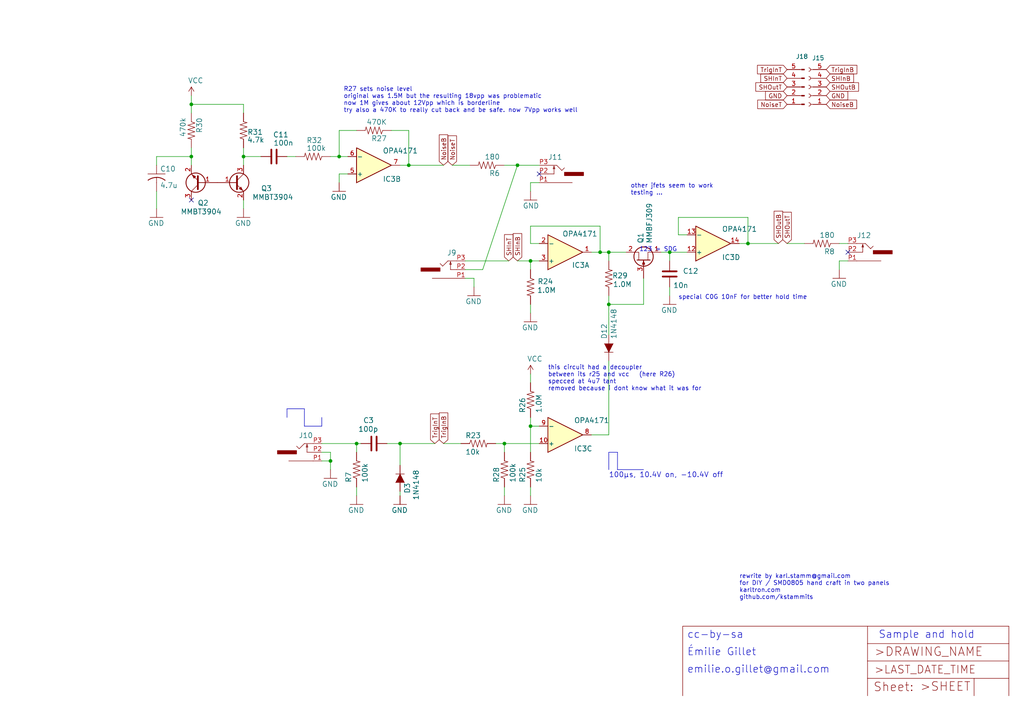
<source format=kicad_sch>
(kicad_sch (version 20230121) (generator eeschema)
  (paper "User" 299.06 210.007)
  (title_block (title "Crimps") (date "2021-11-12") (rev "1.2.1") (company "Karltron.com"))
  (lib_symbols
    (symbol "Amplifier_Operational:TL074" (pin_names (offset 0.127))
      (property "Reference" "U" (at 0 5.08 0))
      (property "Value" "TL074" (at 0 -5.08 0))
      (symbol "TL074_1_1"
        (polyline (pts (xy -5.08 5.08) (xy 5.08 0) (xy -5.08 -5.08) (xy -5.08 5.08)) (stroke (width 0.254)) (fill (type background)))
        (pin output line (at 7.62 0 180) (length 2.54) (name "~") (number "1"))
        (pin input line (at -7.62 -2.54 0) (length 2.54) (name "-") (number "2"))
        (pin input line (at -7.62 2.54 0) (length 2.54) (name "+") (number "3"))
      )
      (symbol "TL074_2_1"
        (polyline (pts (xy -5.08 5.08) (xy 5.08 0) (xy -5.08 -5.08) (xy -5.08 5.08)) (stroke (width 0.254)) (fill (type background)))
        (pin input line (at -7.62 2.54 0) (length 2.54) (name "+") (number "5"))
        (pin input line (at -7.62 -2.54 0) (length 2.54) (name "-") (number "6"))
        (pin output line (at 7.62 0 180) (length 2.54) (name "~") (number "7"))
      )
      (symbol "TL074_3_1"
        (polyline (pts (xy -5.08 5.08) (xy 5.08 0) (xy -5.08 -5.08) (xy -5.08 5.08)) (stroke (width 0.254)) (fill (type background)))
        (pin input line (at -7.62 2.54 0) (length 2.54) (name "+") (number "10"))
        (pin output line (at 7.62 0 180) (length 2.54) (name "~") (number "8"))
        (pin input line (at -7.62 -2.54 0) (length 2.54) (name "-") (number "9"))
      )
      (symbol "TL074_4_1"
        (polyline (pts (xy -5.08 5.08) (xy 5.08 0) (xy -5.08 -5.08) (xy -5.08 5.08)) (stroke (width 0.254)) (fill (type background)))
        (pin input line (at -7.62 2.54 0) (length 2.54) (name "+") (number "12"))
        (pin input line (at -7.62 -2.54 0) (length 2.54) (name "-") (number "13"))
        (pin output line (at 7.62 0 180) (length 2.54) (name "~") (number "14"))
      )
      (symbol "TL074_5_1"
        (pin power_in line (at -2.54 -7.62 90) (length 3.81) (name "V-") (number "11"))
        (pin power_in line (at -2.54 7.62 270) (length 3.81) (name "V+") (number "4"))
      )
    )
    (symbol "k2-eagle-import:A4L-LOC" (pin_names (offset 1.016))
      (symbol "A4L-LOC_1_0"
        (polyline (pts (xy 161.29 3.81) (xy 161.29 24.13)))
        (polyline (pts (xy 161.29 24.13) (xy 215.265 24.13)))
        (polyline (pts (xy 215.265 8.89) (xy 215.265 3.81)))
        (polyline (pts (xy 215.265 8.89) (xy 215.265 13.97)))
        (polyline (pts (xy 215.265 13.97) (xy 215.265 19.05)))
        (polyline (pts (xy 215.265 13.97) (xy 256.54 13.97)))
        (polyline (pts (xy 215.265 19.05) (xy 215.265 24.13)))
        (polyline (pts (xy 215.265 19.05) (xy 256.54 19.05)))
        (polyline (pts (xy 215.265 24.13) (xy 256.54 24.13)))
        (polyline (pts (xy 246.38 3.81) (xy 246.38 8.89)))
        (polyline (pts (xy 246.38 8.89) (xy 215.265 8.89)))
        (polyline (pts (xy 246.38 8.89) (xy 256.54 8.89)))
        (polyline (pts (xy 256.54 3.81) (xy 256.54 8.89)))
        (polyline (pts (xy 256.54 8.89) (xy 256.54 13.97)))
        (polyline (pts (xy 256.54 13.97) (xy 256.54 19.05)))
        (polyline (pts (xy 256.54 19.05) (xy 256.54 24.13)))
        (text ">DRAWING_NAME" (at 217.17 15.24 0) (effects (font (size 2.54 2.54)) (justify left bottom)))
        (text ">LAST_DATE_TIME" (at 217.17 10.16 0) (effects (font (size 2.286 2.286)) (justify left bottom)))
        (text ">SHEET" (at 230.505 5.08 0) (effects (font (size 2.54 2.54)) (justify left bottom)))
        (text "Sheet:" (at 216.916 4.953 0) (effects (font (size 2.54 2.54)) (justify left bottom)))
      )
    )
    (symbol "k2-eagle-import:C-USC0603" (pin_names (offset 1.016))
      (property "Reference" "C" (at 1.016 0.635 0))
      (property "Value" "C-USC0603" (at 1.016 -4.191 0))
      (symbol "C-USC0603_1_0"
        (arc (start 0 -1.016) (mid -1.2939 -1.2289) (end -2.4638 -1.8288) (stroke (width 0.254)))
        (polyline (pts (xy -2.54 0) (xy 2.54 0)))
        (polyline (pts (xy 0 -1.016) (xy 0 -2.54)))
        (arc (start 2.4892 -1.8542) (mid 1.3167 -1.2157) (end 0 -0.9906) (stroke (width 0.254)))
        (pin passive line (at 0 2.54 270) (length 2.54) (name "1") (number "1"))
        (pin passive line (at 0 -5.08 90) (length 2.54) (name "2") (number "2"))
      )
    )
    (symbol "k2-eagle-import:GND" (power) (pin_names (offset 1.016))
      (property "Value" "GND" (at -2.54 -2.54 0))
      (symbol "GND_1_0"
        (polyline (pts (xy -1.905 0) (xy 1.905 0)))
        (pin power_in line (at 0 2.54 270) (length 2.54) (name "GND") (number "1"))
      )
    )
    (symbol "k2-eagle-import:PJ301_THONKICONN6" (pin_names (offset 1.016))
      (property "Reference" "J" (at -2.54 4.064 0))
      (symbol "PJ301_THONKICONN6_1_0"
        (polyline (pts (xy -2.54 -2.54) (xy 4.572 -2.54)))
        (polyline (pts (xy -2.54 0) (xy -0.762 0)))
        (polyline (pts (xy -2.54 2.54) (xy 0 2.54)))
        (polyline (pts (xy -1.016 1.524) (xy -0.508 1.524)))
        (polyline (pts (xy -0.762 0) (xy -0.762 2.286)))
        (polyline (pts (xy -0.762 2.286) (xy -1.016 1.524)))
        (polyline (pts (xy -0.508 1.524) (xy -0.762 2.286)))
        (polyline (pts (xy 0 2.54) (xy 1.524 1.016)))
        (polyline (pts (xy 1.524 1.016) (xy 2.286 1.778)))
        (rectangle (start 2.286 -0.508) (end 7.874 0.508) (fill (type outline)))
        (pin passive line (at -5.08 -2.54 0) (length 2.54) (name "1") (number "P1"))
        (pin passive line (at -5.08 0 0) (length 2.54) (name "2") (number "P2"))
        (pin passive line (at -5.08 2.54 0) (length 2.54) (name "3") (number "P3"))
      )
    )
    (symbol "k2-eagle-import:R-US_R0402" (pin_names (offset 1.016))
      (property "Reference" "R" (at -3.81 1.4986 0))
      (property "Value" "R-US_R0402" (at -3.81 -3.302 0))
      (symbol "R-US_R0402_1_0"
        (polyline (pts (xy -2.54 0) (xy -2.159 1.016)))
        (polyline (pts (xy -2.159 1.016) (xy -1.524 -1.016)))
        (polyline (pts (xy -1.524 -1.016) (xy -0.889 1.016)))
        (polyline (pts (xy -0.889 1.016) (xy -0.254 -1.016)))
        (polyline (pts (xy -0.254 -1.016) (xy 0.381 1.016)))
        (polyline (pts (xy 0.381 1.016) (xy 1.016 -1.016)))
        (polyline (pts (xy 1.016 -1.016) (xy 1.651 1.016)))
        (polyline (pts (xy 1.651 1.016) (xy 2.286 -1.016)))
        (polyline (pts (xy 2.286 -1.016) (xy 2.54 0)))
        (pin passive line (at -5.08 0 0) (length 2.54) (name "1") (number "1"))
        (pin passive line (at 5.08 0 180) (length 2.54) (name "2") (number "2"))
      )
    )
    (symbol "k2-eagle-import:VCC" (power) (pin_names (offset 1.016))
      (property "Value" "VCC" (at -1.016 3.556 0))
      (symbol "VCC_1_0"
        (polyline (pts (xy 0 2.54) (xy -0.762 1.27)))
        (polyline (pts (xy 0.762 1.27) (xy 0 2.54)))
        (pin power_in line (at 0 0 90) (length 2.54) (name "VCC") (number "1"))
      )
    )
    (symbol "k2-rescue:C-device" (pin_numbers hide) (pin_names (offset 0.254))
      (property "Reference" "C" (at 0.635 2.54 0))
      (property "Value" "device_C" (at 0.635 -2.54 0))
      (symbol "C-device_0_1"
        (polyline (pts (xy -2.032 -0.762) (xy 2.032 -0.762)) (stroke (width 0.508)))
        (polyline (pts (xy -2.032 0.762) (xy 2.032 0.762)) (stroke (width 0.508)))
      )
      (symbol "C-device_1_1"
        (pin passive line (at 0 3.81 270) (length 2.794) (name "~") (number "1"))
        (pin passive line (at 0 -3.81 90) (length 2.794) (name "~") (number "2"))
      )
    )
    (symbol "k2-rescue:Conn_01x05_Female-Connector" (pin_names (offset 1.016) hide)
      (property "Reference" "J" (at 0 7.62 0))
      (property "Value" "Connector_Conn_01x05_Female" (at 0 -7.62 0))
      (symbol "Conn_01x05_Female-Connector_1_1"
        (arc (start 0 -4.572) (mid -0.5058 -5.08) (end 0 -5.588) (stroke (width 0.1524)))
        (arc (start 0 -2.032) (mid -0.5058 -2.54) (end 0 -3.048) (stroke (width 0.1524)))
        (polyline (pts (xy -1.27 -5.08) (xy -0.508 -5.08)) (stroke (width 0.1524)))
        (polyline (pts (xy -1.27 -2.54) (xy -0.508 -2.54)) (stroke (width 0.1524)))
        (polyline (pts (xy -1.27 0) (xy -0.508 0)) (stroke (width 0.1524)))
        (polyline (pts (xy -1.27 2.54) (xy -0.508 2.54)) (stroke (width 0.1524)))
        (polyline (pts (xy -1.27 5.08) (xy -0.508 5.08)) (stroke (width 0.1524)))
        (arc (start 0 0.508) (mid -0.5058 0) (end 0 -0.508) (stroke (width 0.1524)))
        (arc (start 0 3.048) (mid -0.5058 2.54) (end 0 2.032) (stroke (width 0.1524)))
        (arc (start 0 5.588) (mid -0.5058 5.08) (end 0 4.572) (stroke (width 0.1524)))
        (pin passive line (at -5.08 5.08 0) (length 3.81) (name "Pin_1") (number "1"))
        (pin passive line (at -5.08 2.54 0) (length 3.81) (name "Pin_2") (number "2"))
        (pin passive line (at -5.08 0 0) (length 3.81) (name "Pin_3") (number "3"))
        (pin passive line (at -5.08 -2.54 0) (length 3.81) (name "Pin_4") (number "4"))
        (pin passive line (at -5.08 -5.08 0) (length 3.81) (name "Pin_5") (number "5"))
      )
    )
    (symbol "k2-rescue:Conn_01x05_Male-Connector" (pin_names (offset 1.016) hide)
      (property "Reference" "J" (at 0 7.62 0))
      (property "Value" "Connector_Conn_01x05_Male" (at 0 -7.62 0))
      (symbol "Conn_01x05_Male-Connector_1_1"
        (polyline (pts (xy 1.27 -5.08) (xy 0.8636 -5.08)) (stroke (width 0.1524)))
        (polyline (pts (xy 1.27 -2.54) (xy 0.8636 -2.54)) (stroke (width 0.1524)))
        (polyline (pts (xy 1.27 0) (xy 0.8636 0)) (stroke (width 0.1524)))
        (polyline (pts (xy 1.27 2.54) (xy 0.8636 2.54)) (stroke (width 0.1524)))
        (polyline (pts (xy 1.27 5.08) (xy 0.8636 5.08)) (stroke (width 0.1524)))
        (rectangle (start 0.8636 -4.953) (end 0 -5.207) (stroke (width 0.1524)) (fill (type outline)))
        (rectangle (start 0.8636 -2.413) (end 0 -2.667) (stroke (width 0.1524)) (fill (type outline)))
        (rectangle (start 0.8636 0.127) (end 0 -0.127) (stroke (width 0.1524)) (fill (type outline)))
        (rectangle (start 0.8636 2.667) (end 0 2.413) (stroke (width 0.1524)) (fill (type outline)))
        (rectangle (start 0.8636 5.207) (end 0 4.953) (stroke (width 0.1524)) (fill (type outline)))
        (pin passive line (at 5.08 5.08 180) (length 3.81) (name "Pin_1") (number "1"))
        (pin passive line (at 5.08 2.54 180) (length 3.81) (name "Pin_2") (number "2"))
        (pin passive line (at 5.08 0 180) (length 3.81) (name "Pin_3") (number "3"))
        (pin passive line (at 5.08 -2.54 180) (length 3.81) (name "Pin_4") (number "4"))
        (pin passive line (at 5.08 -5.08 180) (length 3.81) (name "Pin_5") (number "5"))
      )
    )
    (symbol "k2-rescue:D-device" (pin_numbers hide) (pin_names (offset 1.016) hide)
      (property "Reference" "D" (at 0 2.54 0))
      (property "Value" "device_D" (at 0 -2.54 0))
      (symbol "D-device_0_1"
        (polyline (pts (xy -1.27 1.27) (xy -1.27 -1.27)) (stroke (width 0.1524)))
        (polyline (pts (xy 1.27 1.27) (xy -1.27 0) (xy 1.27 -1.27)) (fill (type outline)))
      )
      (symbol "D-device_1_1"
        (pin passive line (at -3.81 0 0) (length 2.54) (name "K") (number "1"))
        (pin passive line (at 3.81 0 180) (length 2.54) (name "A") (number "2"))
      )
    )
    (symbol "k2-rescue:Q_NJFET_SDG-device" (pin_names (offset 0) hide)
      (property "Reference" "Q" (at 7.62 1.27 0))
      (property "Value" "device_Q_NJFET_SDG" (at 16.51 -1.27 0))
      (symbol "Q_NJFET_SDG-device_0_1"
        (polyline (pts (xy 0.254 1.905) (xy 0.254 -1.905) (xy 0.254 -1.905)) (stroke (width 0.254)))
        (polyline (pts (xy 2.54 -2.54) (xy 2.54 -1.27) (xy 0.254 -1.27)))
        (polyline (pts (xy 2.54 2.54) (xy 2.54 1.397) (xy 0.254 1.397)))
        (polyline (pts (xy 0 0) (xy -1.016 0.381) (xy -1.016 -0.381) (xy 0 0)) (fill (type outline)))
        (circle (center 1.27 0) (radius 2.8194) (stroke (width 0.254)))
      )
      (symbol "Q_NJFET_SDG-device_1_1"
        (pin passive line (at 2.54 -5.08 90) (length 2.54) (name "S") (number "1"))
        (pin passive line (at 2.54 5.08 270) (length 2.54) (name "D") (number "2"))
        (pin input line (at -5.08 0 0) (length 5.334) (name "G") (number "3"))
      )
    )
    (symbol "k2-rescue:Q_NPN_BEC-device" (pin_names (offset 0) hide)
      (property "Reference" "Q" (at 7.62 1.27 0))
      (property "Value" "device_Q_NPN_BEC" (at 15.24 -1.27 0))
      (symbol "Q_NPN_BEC-device_0_1"
        (polyline (pts (xy 0.635 0.635) (xy 2.54 2.54)))
        (polyline (pts (xy 0.635 -0.635) (xy 2.54 -2.54) (xy 2.54 -2.54)))
        (polyline (pts (xy 0.635 1.905) (xy 0.635 -1.905) (xy 0.635 -1.905)) (stroke (width 0.508)))
        (polyline (pts (xy 1.27 -1.778) (xy 1.778 -1.27) (xy 2.286 -2.286) (xy 1.27 -1.778) (xy 1.27 -1.778)) (fill (type outline)))
        (circle (center 1.27 0) (radius 2.8194) (stroke (width 0.254)))
      )
      (symbol "Q_NPN_BEC-device_1_1"
        (pin input line (at -5.08 0 0) (length 5.715) (name "B") (number "1"))
        (pin passive line (at 2.54 -5.08 90) (length 2.54) (name "E") (number "2"))
        (pin passive line (at 2.54 5.08 270) (length 2.54) (name "C") (number "3"))
      )
    )
  )
  (junction (at 177.8 88.9))
  (junction (at 96.52 134.62))
  (junction (at 195.58 73.66))
  (junction (at 177.8 73.66))
  (junction (at 154.94 124.46))
  (junction (at 154.94 76.2))
  (junction (at 116.84 129.54))
  (junction (at 175.26 73.66))
  (junction (at 71.12 45.72))
  (junction (at 218.44 71.12))
  (junction (at 99.06 45.72))
  (junction (at 151.13 48.26))
  (junction (at 55.88 30.48))
  (junction (at 55.88 45.72))
  (junction (at 119.38 48.26))
  (junction (at 147.32 129.54))
  (junction (at 104.14 129.54))
  (no_connect (at 55.88 58.42))
  (no_connect (at 157.48 50.8))
  (no_connect (at 247.65 73.66))
  (wire (pts (xy 151.13 48.26) (xy 157.48 48.26)))
  (wire (pts (xy 154.94 124.46) (xy 154.94 132.08)))
  (wire (pts (xy 116.84 129.54) (xy 116.84 135.89)))
  (wire (pts (xy 132.08 48.26) (xy 137.16 48.26)))
  (wire (pts (xy 154.94 88.9) (xy 154.94 91.44)))
  (wire (pts (xy 245.11 76.2) (xy 245.11 78.74)))
  (wire (pts (xy 154.94 111.76) (xy 154.94 109.22)))
  (wire (pts (xy 116.84 144.78) (xy 116.84 143.51)))
  (wire (pts (xy 177.8 73.66) (xy 182.88 73.66)))
  (wire (pts (xy 119.38 48.26) (xy 129.54 48.26)))
  (wire (pts (xy 175.26 73.66) (xy 177.8 73.66)))
  (wire (pts (xy 147.32 142.24) (xy 147.32 144.78)))
  (wire (pts (xy 86.36 45.72) (xy 83.82 45.72)))
  (wire (pts (xy 154.94 142.24) (xy 154.94 144.78)))
  (wire (pts (xy 177.8 76.2) (xy 177.8 73.66)))
  (wire (pts (xy 104.14 132.08) (xy 104.14 129.54)))
  (wire (pts (xy 99.06 45.72) (xy 96.52 45.72)))
  (wire (pts (xy 71.12 30.48) (xy 71.12 33.02)))
  (wire (pts (xy 55.88 33.02) (xy 55.88 30.48)))
  (wire (pts (xy 195.58 83.82) (xy 195.58 86.36)))
  (wire (pts (xy 93.98 132.08) (xy 96.52 132.08)))
  (wire (pts (xy 140.97 78.74) (xy 151.13 48.26)))
  (wire (pts (xy 45.72 55.88) (xy 45.72 60.96)))
  (wire (pts (xy 151.13 76.2) (xy 154.94 76.2)))
  (wire (pts (xy 200.66 68.58) (xy 198.12 68.58)))
  (wire (pts (xy 144.78 129.54) (xy 147.32 129.54)))
  (wire (pts (xy 218.44 63.5) (xy 218.44 71.12)))
  (wire (pts (xy 245.11 71.12) (xy 247.65 71.12)))
  (wire (pts (xy 157.48 124.46) (xy 154.94 124.46)))
  (wire (pts (xy 119.38 38.1) (xy 119.38 48.26)))
  (wire (pts (xy 116.84 48.26) (xy 119.38 48.26)))
  (wire (pts (xy 218.44 71.12) (xy 227.33 71.12)))
  (wire (pts (xy 104.14 38.1) (xy 99.06 38.1)))
  (wire (pts (xy 147.32 129.54) (xy 147.32 132.08)))
  (wire (pts (xy 147.32 48.26) (xy 151.13 48.26)))
  (wire (pts (xy 45.72 48.26) (xy 45.72 45.72)))
  (polyline (pts (xy 88.9 124.46) (xy 93.98 124.46)))
  (wire (pts (xy 198.12 68.58) (xy 198.12 63.5)))
  (wire (pts (xy 99.06 45.72) (xy 101.6 45.72)))
  (wire (pts (xy 135.89 81.28) (xy 138.43 81.28)))
  (polyline (pts (xy 88.9 119.38) (xy 88.9 124.46)))
  (wire (pts (xy 154.94 78.74) (xy 154.94 76.2)))
  (wire (pts (xy 154.94 53.34) (xy 154.94 55.88)))
  (wire (pts (xy 140.97 78.74) (xy 135.89 78.74)))
  (wire (pts (xy 129.54 129.54) (xy 134.62 129.54)))
  (wire (pts (xy 101.6 50.8) (xy 99.06 50.8)))
  (wire (pts (xy 177.8 88.9) (xy 187.96 88.9)))
  (polyline (pts (xy 180.34 137.16) (xy 187.96 137.16)))
  (wire (pts (xy 247.65 76.2) (xy 245.11 76.2)))
  (wire (pts (xy 55.88 45.72) (xy 55.88 43.18)))
  (wire (pts (xy 76.2 45.72) (xy 71.12 45.72)))
  (wire (pts (xy 138.43 81.28) (xy 138.43 83.82)))
  (wire (pts (xy 104.14 129.54) (xy 105.41 129.54)))
  (wire (pts (xy 96.52 132.08) (xy 96.52 134.62)))
  (wire (pts (xy 45.72 45.72) (xy 55.88 45.72)))
  (wire (pts (xy 135.89 76.2) (xy 148.59 76.2)))
  (wire (pts (xy 154.94 76.2) (xy 157.48 76.2)))
  (wire (pts (xy 175.26 73.66) (xy 172.72 73.66)))
  (wire (pts (xy 193.04 73.66) (xy 195.58 73.66)))
  (polyline (pts (xy 180.34 132.08) (xy 180.34 137.16)))
  (wire (pts (xy 113.03 129.54) (xy 116.84 129.54)))
  (wire (pts (xy 147.32 129.54) (xy 157.48 129.54)))
  (wire (pts (xy 55.88 30.48) (xy 55.88 27.94)))
  (wire (pts (xy 157.48 71.12) (xy 154.94 71.12)))
  (wire (pts (xy 177.8 97.79) (xy 177.8 88.9)))
  (wire (pts (xy 71.12 48.26) (xy 71.12 45.72)))
  (wire (pts (xy 187.96 88.9) (xy 187.96 81.28)))
  (wire (pts (xy 104.14 142.24) (xy 104.14 144.78)))
  (wire (pts (xy 104.14 129.54) (xy 93.98 129.54)))
  (polyline (pts (xy 177.8 137.16) (xy 177.8 132.08)))
  (wire (pts (xy 99.06 38.1) (xy 99.06 45.72)))
  (wire (pts (xy 154.94 66.04) (xy 175.26 66.04)))
  (polyline (pts (xy 83.82 119.38) (xy 88.9 119.38)))
  (wire (pts (xy 157.48 53.34) (xy 154.94 53.34)))
  (wire (pts (xy 96.52 134.62) (xy 96.52 137.16)))
  (wire (pts (xy 99.06 50.8) (xy 99.06 53.34)))
  (wire (pts (xy 114.3 38.1) (xy 119.38 38.1)))
  (wire (pts (xy 154.94 124.46) (xy 154.94 121.92)))
  (polyline (pts (xy 83.82 121.92) (xy 83.82 119.38)))
  (wire (pts (xy 154.94 71.12) (xy 154.94 66.04)))
  (wire (pts (xy 55.88 30.48) (xy 71.12 30.48)))
  (wire (pts (xy 71.12 45.72) (xy 71.12 43.18)))
  (wire (pts (xy 93.98 134.62) (xy 96.52 134.62)))
  (wire (pts (xy 55.88 48.26) (xy 55.88 45.72)))
  (wire (pts (xy 218.44 71.12) (xy 215.9 71.12)))
  (wire (pts (xy 116.84 129.54) (xy 127 129.54)))
  (wire (pts (xy 172.72 127) (xy 177.8 127)))
  (polyline (pts (xy 93.98 124.46) (xy 93.98 121.92)))
  (wire (pts (xy 229.87 71.12) (xy 234.95 71.12)))
  (wire (pts (xy 177.8 127) (xy 177.8 105.41)))
  (wire (pts (xy 71.12 58.42) (xy 71.12 60.96)))
  (wire (pts (xy 175.26 66.04) (xy 175.26 73.66)))
  (wire (pts (xy 177.8 86.36) (xy 177.8 88.9)))
  (wire (pts (xy 195.58 73.66) (xy 195.58 76.2)))
  (wire (pts (xy 195.58 73.66) (xy 200.66 73.66)))
  (wire (pts (xy 198.12 63.5) (xy 218.44 63.5)))
  (polyline (pts (xy 177.8 132.08) (xy 180.34 132.08)))
  (text "special C0G 10nF for better hold time" (at 198.12 87.63 0) (effects (font (size 1.27 1.27)) (justify left bottom)))
  (text "rewrite by karl.stamm@gmail.com\nfor DIY / SMD0805 hand craft in two panels\nkarltron.com\ngithub.com/kstammits" (at 215.9 175.26 0) (effects (font (size 1.27 1.27)) (justify left bottom)))
  (text "cc-by-sa" (at 200.66 186.69 0) (effects (font (size 2.159 2.159)) (justify left bottom)))
  (text "100µs, 10.4V on, -10.4V off" (at 177.8 139.7 0) (effects (font (size 1.4986 1.4986)) (justify left bottom)))
  (text "this circuit had a decoupler \nbetween its r25 and vcc   (here R26)\nspecced at 4u7 tant\nremoved because i dont know what it was for" (at 160.02 114.3 0) (effects (font (size 1.27 1.27)) (justify left bottom)))
  (text "Émilie Gillet" (at 200.66 191.77 0) (effects (font (size 2.159 2.159)) (justify left bottom)))
  (text "123 = SDG" (at 186.69 73.66 0) (effects (font (size 1.27 1.27)) (justify left bottom)))
  (text "emilie.o.gillet@gmail.com" (at 200.66 196.85 0) (effects (font (size 2.159 2.159)) (justify left bottom)))
  (text "R27 sets noise level\noriginal was 1.5M but the resulting 18vpp was problematic\nnow 1M gives about 12Vpp which is borderline\ntry also a 470K to really cut back and be safe. now 7Vpp works well" (at 100.33 33.02 0) (effects (font (size 1.27 1.27)) (justify left bottom)))
  (text "Sample and hold" (at 256.54 186.69 0) (effects (font (size 2.159 2.159)) (justify left bottom)))
  (text "other jfets seem to work\ntesting ..." (at 184.15 57.15 0) (effects (font (size 1.27 1.27)) (justify left bottom)))
  (global_label "GND" (shape input) (at 229.87 27.94 180) (property "Intersheetrefs" "${INTERSHEET_REFS}" (effects hide)))
  (global_label "SHInT" (shape input) (at 148.59 76.2 90) (property "Intersheetrefs" "${INTERSHEET_REFS}" (effects hide)))
  (global_label "SHOutB" (shape input) (at 241.3 25.4 0) (property "Intersheetrefs" "${INTERSHEET_REFS}" (effects hide)))
  (global_label "TrigInT" (shape input) (at 127 129.54 90) (property "Intersheetrefs" "${INTERSHEET_REFS}" (effects hide)))
  (global_label "NoiseB" (shape input) (at 241.3 30.48 0) (property "Intersheetrefs" "${INTERSHEET_REFS}" (effects hide)))
  (global_label "SHInB" (shape input) (at 151.13 76.2 90) (property "Intersheetrefs" "${INTERSHEET_REFS}" (effects hide)))
  (global_label "SHOutT" (shape input) (at 229.87 25.4 180) (property "Intersheetrefs" "${INTERSHEET_REFS}" (effects hide)))
  (global_label "SHOutT" (shape input) (at 229.87 71.12 90) (property "Intersheetrefs" "${INTERSHEET_REFS}" (effects hide)))
  (global_label "NoiseT" (shape input) (at 132.08 48.26 90) (property "Intersheetrefs" "${INTERSHEET_REFS}" (effects hide)))
  (global_label "TrigInB" (shape input) (at 129.54 129.54 90) (property "Intersheetrefs" "${INTERSHEET_REFS}" (effects hide)))
  (global_label "TrigInT" (shape input) (at 229.87 20.32 180) (property "Intersheetrefs" "${INTERSHEET_REFS}" (effects hide)))
  (global_label "GND" (shape input) (at 241.3 27.94 0) (property "Intersheetrefs" "${INTERSHEET_REFS}" (effects hide)))
  (global_label "SHInT" (shape input) (at 229.87 22.86 180) (property "Intersheetrefs" "${INTERSHEET_REFS}" (effects hide)))
  (global_label "SHOutB" (shape input) (at 227.33 71.12 90) (property "Intersheetrefs" "${INTERSHEET_REFS}" (effects hide)))
  (global_label "TrigInB" (shape input) (at 241.3 20.32 0) (property "Intersheetrefs" "${INTERSHEET_REFS}" (effects hide)))
  (global_label "SHInB" (shape input) (at 241.3 22.86 0) (property "Intersheetrefs" "${INTERSHEET_REFS}" (effects hide)))
  (global_label "NoiseT" (shape input) (at 229.87 30.48 180) (property "Intersheetrefs" "${INTERSHEET_REFS}" (effects hide)))
  (global_label "NoiseB" (shape input) (at 129.54 48.26 90) (property "Intersheetrefs" "${INTERSHEET_REFS}" (effects hide)))
  (symbol (lib_id "k2-eagle-import:PJ301_THONKICONN6") (at 162.56 50.8 0) (unit 1)
    (property "Reference" "J11" (at 160.02 46.736 0) (effects (font (size 1.4986 1.4986)) (justify left bottom)))
    (property "Value" "PJ301_THONKICONN6" (effects hide))
    (property "Footprint" "k2:WQP_PJ_301M6" (effects hide))
  )
  (symbol (lib_id "k2-rescue:C-device") (at 80.01 45.72 90) (unit 1)
    (property "Reference" "C11" (at 84.328 38.481 90) (effects (font (size 1.4986 1.4986)) (justify left bottom)))
    (property "Value" "100n" (at 85.725 40.894 90) (effects (font (size 1.4986 1.4986)) (justify left bottom)))
    (property "Footprint" "Capacitor_SMD:C_0805_2012Metric_Pad1.18x1.45mm_HandSolder" (effects hide))
  )
  (symbol (lib_id "k2-rescue:C-device") (at 109.22 129.54 90) (unit 1)
    (property "Reference" "C3" (at 109.22 121.92 90) (effects (font (size 1.4986 1.4986)) (justify left bottom)))
    (property "Value" "100p" (at 110.49 124.46 90) (effects (font (size 1.4986 1.4986)) (justify left bottom)))
    (property "Footprint" "Capacitor_SMD:C_0805_2012Metric_Pad1.18x1.45mm_HandSolder" (effects hide))
  )
  (symbol (lib_id "k2-rescue:C-device") (at 195.58 80.01 0) (unit 1)
    (property "Reference" "C12" (at 199.39 80.01 0) (effects (font (size 1.4986 1.4986)) (justify left bottom)))
    (property "Value" "10n" (at 196.596 84.201 0) (effects (font (size 1.4986 1.4986)) (justify left bottom)))
    (property "Footprint" "Capacitor_SMD:C_0805_2012Metric_Pad1.18x1.45mm_HandSolder" (effects hide))
  )
  (symbol (lib_id "k2-eagle-import:GND") (at 195.58 88.9 0) (unit 1)
    (property "Reference" "#GND030" (effects hide))
    (property "Value" "GND" (at 193.04 91.44 0) (effects (font (size 1.4986 1.4986)) (justify left bottom)))
    (instances (project "k2" (path "" (reference "#GND030") (unit 1)) (path "" (reference "#GND30") (unit 1))))
  )
  (symbol (lib_id "k2-eagle-import:GND") (at 154.94 58.42 0) (mirror y) (unit 1)
    (property "Reference" "#GND015" (effects hide))
    (property "Value" "GND" (at 157.48 60.96 0) (effects (font (size 1.4986 1.4986)) (justify left bottom)))
    (instances (project "k2" (path "" (reference "#GND015") (unit 1)) (path "" (reference "#GND15") (unit 1))))
  )
  (symbol (lib_id "k2-eagle-import:PJ301_THONKICONN6") (at 130.81 78.74 0) (mirror y) (unit 1)
    (property "Reference" "J9" (at 133.35 74.676 0) (effects (font (size 1.4986 1.4986)) (justify left bottom)))
    (property "Value" "PJ301_THONKICONN6" (effects hide))
    (property "Footprint" "k2:WQP_PJ_301M6" (effects hide))
  )
  (symbol (lib_id "k2-eagle-import:GND") (at 96.52 139.7 0) (unit 1)
    (property "Reference" "#GND016" (effects hide))
    (property "Value" "GND" (at 93.98 142.24 0) (effects (font (size 1.4986 1.4986)) (justify left bottom)))
    (instances (project "k2" (path "" (reference "#GND016") (unit 1)) (path "" (reference "#GND16") (unit 1))))
  )
  (symbol (lib_id "k2-eagle-import:VCC") (at 55.88 27.94 0) (unit 1)
    (property "Reference" "#P+03" (effects hide))
    (property "Value" "VCC" (at 54.864 24.384 0) (effects (font (size 1.4986 1.4986)) (justify left bottom)))
    (instances (project "k2" (path "" (reference "#P+03") (unit 1)) (path "" (reference "#P+3") (unit 1))))
  )
  (symbol (lib_id "k2-rescue:D-device") (at 177.8 101.6 90) (unit 1)
    (property "Reference" "D12" (at 177.3174 99.06 0) (effects (font (size 1.4986 1.4986)) (justify left bottom)))
    (property "Value" "1N4148" (at 180.1114 99.06 0) (effects (font (size 1.4986 1.4986)) (justify left bottom)))
    (property "Footprint" "Diode_SMD:D_1206_3216Metric_Pad1.42x1.75mm_HandSolder" (effects hide))
  )
  (symbol (lib_id "k2-rescue:Q_NPN_BEC-device") (at 58.42 53.34 180) (unit 1)
    (property "Reference" "Q2" (at 60.96 58.42 0) (effects (font (size 1.4986 1.4986)) (justify left bottom)))
    (property "Value" "MMBT3904" (at 64.77 60.96 0) (effects (font (size 1.4986 1.4986)) (justify left bottom)))
    (property "Footprint" "Package_TO_SOT_SMD:SOT-23_Handsoldering" (effects hide))
  )
  (symbol (lib_id "k2-eagle-import:R-US_R0402") (at 142.24 48.26 180) (unit 1)
    (property "Reference" "R6" (at 146.05 49.7586 0) (effects (font (size 1.4986 1.4986)) (justify left bottom)))
    (property "Value" "180" (at 146.05 44.958 0) (effects (font (size 1.4986 1.4986)) (justify left bottom)))
    (property "Footprint" "Resistor_SMD:R_0805_2012Metric_Pad1.20x1.40mm_HandSolder" (effects hide))
  )
  (symbol (lib_id "k2-eagle-import:R-US_R0402") (at 104.14 137.16 90) (unit 1)
    (property "Reference" "R7" (at 102.6414 140.97 0) (effects (font (size 1.4986 1.4986)) (justify left bottom)))
    (property "Value" "100k" (at 107.442 140.97 0) (effects (font (size 1.4986 1.4986)) (justify left bottom)))
    (property "Footprint" "Resistor_SMD:R_0805_2012Metric_Pad1.20x1.40mm_HandSolder" (effects hide))
  )
  (symbol (lib_id "k2-eagle-import:VCC") (at 154.94 109.22 0) (unit 1)
    (property "Reference" "#P+08" (effects hide))
    (property "Value" "VCC" (at 153.924 105.664 0) (effects (font (size 1.4986 1.4986)) (justify left bottom)))
    (instances (project "k2" (path "" (reference "#P+08") (unit 1)) (path "" (reference "#P+8") (unit 1))))
  )
  (symbol (lib_id "Amplifier_Operational:TL074") (at 109.22 48.26 0) (mirror x) (unit 2)
    (property "Reference" "IC3" (at 111.76 51.435 0) (effects (font (size 1.4986 1.4986)) (justify left bottom)))
    (property "Value" "OPA4171" (at 111.76 43.18 0) (effects (font (size 1.4986 1.4986)) (justify left bottom)))
    (property "Footprint" "Package_SO:SOIC-14_3.9x8.7mm_P1.27mm" (effects hide))
    (instances (project "k2" (path "" (reference "IC3") (unit 2)) (path "" (reference "IC?") (unit 1))))
  )
  (symbol (lib_id "Amplifier_Operational:TL074") (at 165.1 127 0) (mirror x) (unit 3)
    (property "Reference" "IC3" (at 167.64 130.175 0) (effects (font (size 1.4986 1.4986)) (justify left bottom)))
    (property "Value" "OPA4171" (at 167.64 121.92 0) (effects (font (size 1.4986 1.4986)) (justify left bottom)))
    (property "Footprint" "Package_SO:SOIC-14_3.9x8.7mm_P1.27mm" (effects hide))
    (instances (project "k2" (path "" (reference "IC3") (unit 3)) (path "" (reference "IC?") (unit 1))))
  )
  (symbol (lib_id "Amplifier_Operational:TL074") (at 208.28 71.12 0) (mirror x) (unit 4)
    (property "Reference" "IC3" (at 210.82 74.295 0) (effects (font (size 1.4986 1.4986)) (justify left bottom)))
    (property "Value" "OPA4171" (at 210.82 66.04 0) (effects (font (size 1.4986 1.4986)) (justify left bottom)))
    (property "Footprint" "Package_SO:SOIC-14_3.9x8.7mm_P1.27mm" (effects hide))
    (instances (project "k2" (path "" (reference "IC3") (unit 4)) (path "" (reference "IC?") (unit 1))))
  )
  (symbol (lib_id "k2-rescue:Conn_01x05_Female-Connector") (at 236.22 25.4 180) (unit 1)
    (property "Reference" "J15" (at 238.9632 16.9418 0))
    (property "Value" "Conn_01x05_Female" (effects hide))
    (property "Footprint" "Connector_PinHeader_2.54mm:PinHeader_1x05_P2.54mm_Vertical" (effects hide))
    (instances (project "k2" (path "" (reference "J15") (unit 1)) (path "" (reference "J?") (unit 1)) (path "" (reference "J15") (unit 1))))
  )
  (symbol (lib_id "k2-rescue:Conn_01x05_Male-Connector") (at 234.95 25.4 180) (unit 1)
    (property "Reference" "J18" (at 232.41 16.51 0) (effects (justify right)))
    (property "Value" "Conn_01x05_Male" (effects hide))
    (property "Footprint" "Connector_PinHeader_2.54mm:PinHeader_1x05_P2.54mm_Vertical" (effects hide))
    (instances (project "k2" (path "" (reference "J18") (unit 1)) (path "" (reference "J?") (unit 1))))
  )
  (symbol (lib_id "k2-eagle-import:R-US_R0402") (at 71.12 38.1 90) (unit 1)
    (property "Reference" "R31" (at 76.835 37.719 90) (effects (font (size 1.4986 1.4986)) (justify left bottom)))
    (property "Value" "4.7k" (at 77.216 40.005 90) (effects (font (size 1.4986 1.4986)) (justify left bottom)))
    (property "Footprint" "Resistor_SMD:R_0805_2012Metric_Pad1.20x1.40mm_HandSolder" (effects hide))
  )
  (symbol (lib_id "k2-eagle-import:GND") (at 99.06 55.88 0) (unit 1)
    (property "Reference" "#GND05" (effects hide))
    (property "Value" "GND" (at 96.52 58.42 0) (effects (font (size 1.4986 1.4986)) (justify left bottom)))
    (instances (project "k2" (path "" (reference "#GND05") (unit 1)) (path "" (reference "#GND5") (unit 1))))
  )
  (symbol (lib_id "k2-eagle-import:R-US_R0402") (at 154.94 116.84 90) (unit 1)
    (property "Reference" "R26" (at 153.4414 120.65 0) (effects (font (size 1.4986 1.4986)) (justify left bottom)))
    (property "Value" "1.0M" (at 158.242 120.65 0) (effects (font (size 1.4986 1.4986)) (justify left bottom)))
    (property "Footprint" "Resistor_SMD:R_0805_2012Metric_Pad1.20x1.40mm_HandSolder" (effects hide))
  )
  (symbol (lib_id "k2-eagle-import:PJ301_THONKICONN6") (at 252.73 73.66 0) (unit 1)
    (property "Reference" "J12" (at 250.19 69.596 0) (effects (font (size 1.4986 1.4986)) (justify left bottom)))
    (property "Value" "PJ301_THONKICONN6" (effects hide))
    (property "Footprint" "k2:WQP_PJ_301M6" (effects hide))
  )
  (symbol (lib_id "k2-eagle-import:GND") (at 116.84 147.32 0) (unit 1)
    (property "Reference" "#GND032" (effects hide))
    (property "Value" "GND" (at 114.3 149.86 0) (effects (font (size 1.4986 1.4986)) (justify left bottom)))
    (instances (project "k2" (path "" (reference "#GND032") (unit 1)) (path "" (reference "#GND32") (unit 1))))
  )
  (symbol (lib_id "k2-eagle-import:GND") (at 104.14 147.32 0) (unit 1)
    (property "Reference" "#GND031" (effects hide))
    (property "Value" "GND" (at 101.6 149.86 0) (effects (font (size 1.4986 1.4986)) (justify left bottom)))
    (instances (project "k2" (path "" (reference "#GND031") (unit 1)) (path "" (reference "#GND31") (unit 1))))
  )
  (symbol (lib_id "k2-eagle-import:R-US_R0402") (at 240.03 71.12 180) (unit 1)
    (property "Reference" "R8" (at 243.84 72.6186 0) (effects (font (size 1.4986 1.4986)) (justify left bottom)))
    (property "Value" "180" (at 243.84 67.818 0) (effects (font (size 1.4986 1.4986)) (justify left bottom)))
    (property "Footprint" "Resistor_SMD:R_0805_2012Metric_Pad1.20x1.40mm_HandSolder" (effects hide))
  )
  (symbol (lib_id "k2-eagle-import:GND") (at 154.94 93.98 0) (unit 1)
    (property "Reference" "#GND029" (effects hide))
    (property "Value" "GND" (at 152.4 96.52 0) (effects (font (size 1.4986 1.4986)) (justify left bottom)))
    (instances (project "k2" (path "" (reference "#GND029") (unit 1)) (path "" (reference "#GND29") (unit 1))))
  )
  (symbol (lib_id "k2-eagle-import:GND") (at 245.11 81.28 0) (unit 1)
    (property "Reference" "#GND018" (effects hide))
    (property "Value" "GND" (at 242.57 83.82 0) (effects (font (size 1.4986 1.4986)) (justify left bottom)))
    (instances (project "k2" (path "" (reference "#GND018") (unit 1)) (path "" (reference "#GND18") (unit 1))))
  )
  (symbol (lib_id "k2-eagle-import:R-US_R0402") (at 91.44 45.72 180) (unit 1)
    (property "Reference" "R32" (at 94.107 40.132 0) (effects (font (size 1.4986 1.4986)) (justify left bottom)))
    (property "Value" "100k" (at 95.25 42.418 0) (effects (font (size 1.4986 1.4986)) (justify left bottom)))
    (property "Footprint" "Resistor_SMD:R_0805_2012Metric_Pad1.20x1.40mm_HandSolder" (effects hide))
  )
  (symbol (lib_id "k2-eagle-import:GND") (at 45.72 63.5 0) (unit 1)
    (property "Reference" "#GND035" (effects hide))
    (property "Value" "GND" (at 43.18 66.04 0) (effects (font (size 1.4986 1.4986)) (justify left bottom)))
    (instances (project "k2" (path "" (reference "#GND035") (unit 1)) (path "" (reference "#GND35") (unit 1))))
  )
  (symbol (lib_id "k2-eagle-import:C-USC0603") (at 45.72 50.8 0) (unit 1)
    (property "Reference" "C10" (at 46.736 50.165 0) (effects (font (size 1.4986 1.4986)) (justify left bottom)))
    (property "Value" "4.7u" (at 46.736 54.991 0) (effects (font (size 1.4986 1.4986)) (justify left bottom)))
    (property "Footprint" "Capacitor_SMD:C_0805_2012Metric_Pad1.18x1.45mm_HandSolder" (effects hide))
  )
  (symbol (lib_id "k2-eagle-import:PJ301_THONKICONN6") (at 88.9 132.08 0) (mirror y) (unit 1)
    (property "Reference" "J10" (at 91.44 128.016 0) (effects (font (size 1.4986 1.4986)) (justify left bottom)))
    (property "Value" "PJ301_THONKICONN6" (effects hide))
    (property "Footprint" "k2:WQP_PJ_301M6" (effects hide))
  )
  (symbol (lib_id "k2-eagle-import:R-US_R0402") (at 147.32 137.16 90) (unit 1)
    (property "Reference" "R28" (at 145.8214 140.97 0) (effects (font (size 1.4986 1.4986)) (justify left bottom)))
    (property "Value" "100k" (at 150.622 140.97 0) (effects (font (size 1.4986 1.4986)) (justify left bottom)))
    (property "Footprint" "Resistor_SMD:R_0805_2012Metric_Pad1.20x1.40mm_HandSolder" (effects hide))
  )
  (symbol (lib_id "k2-eagle-import:GND") (at 147.32 147.32 0) (unit 1)
    (property "Reference" "#GND033" (effects hide))
    (property "Value" "GND" (at 144.78 149.86 0) (effects (font (size 1.4986 1.4986)) (justify left bottom)))
    (instances (project "k2" (path "" (reference "#GND033") (unit 1)) (path "" (reference "#GND33") (unit 1))))
  )
  (symbol (lib_id "k2-eagle-import:GND") (at 138.43 86.36 0) (unit 1)
    (property "Reference" "#GND019" (effects hide))
    (property "Value" "GND" (at 135.89 88.9 0) (effects (font (size 1.4986 1.4986)) (justify left bottom)))
    (instances (project "k2" (path "" (reference "#GND019") (unit 1)) (path "" (reference "#GND19") (unit 1))))
  )
  (symbol (lib_id "k2-rescue:D-device") (at 116.84 139.7 270) (unit 1)
    (property "Reference" "D3" (at 118.11 140.97 0) (effects (font (size 1.4986 1.4986)) (justify left bottom)))
    (property "Value" "1N4148" (at 120.65 137.16 0) (effects (font (size 1.4986 1.4986)) (justify left bottom)))
    (property "Footprint" "Diode_SMD:D_1206_3216Metric_Pad1.42x1.75mm_HandSolder" (effects hide))
  )
  (symbol (lib_id "k2-eagle-import:R-US_R0402") (at 154.94 137.16 90) (unit 1)
    (property "Reference" "R25" (at 153.4414 140.97 0) (effects (font (size 1.4986 1.4986)) (justify left bottom)))
    (property "Value" "10k" (at 158.242 140.97 0) (effects (font (size 1.4986 1.4986)) (justify left bottom)))
    (property "Footprint" "Resistor_SMD:R_0805_2012Metric_Pad1.20x1.40mm_HandSolder" (effects hide))
  )
  (symbol (lib_id "Amplifier_Operational:TL074") (at 165.1 73.66 0) (mirror x) (unit 1)
    (property "Reference" "IC3" (at 167.005 76.581 0) (effects (font (size 1.4986 1.4986)) (justify left bottom)))
    (property "Value" "OPA4171" (at 164.211 67.437 0) (effects (font (size 1.4986 1.4986)) (justify left bottom)))
    (property "Footprint" "Package_SO:SOIC-14_3.9x8.7mm_P1.27mm" (effects hide))
  )
  (symbol (lib_id "k2-eagle-import:R-US_R0402") (at 154.94 83.82 270) (unit 1)
    (property "Reference" "R24" (at 156.972 83.058 90) (effects (font (size 1.4986 1.4986)) (justify left bottom)))
    (property "Value" "1.0M" (at 156.845 85.598 90) (effects (font (size 1.4986 1.4986)) (justify left bottom)))
    (property "Footprint" "Resistor_SMD:R_0805_2012Metric_Pad1.20x1.40mm_HandSolder" (effects hide))
  )
  (symbol (lib_id "k2-eagle-import:R-US_R0402") (at 177.8 81.28 90) (unit 1)
    (property "Reference" "R29" (at 183.388 79.629 90) (effects (font (size 1.4986 1.4986)) (justify left bottom)))
    (property "Value" "1.0M" (at 184.531 82.169 90) (effects (font (size 1.4986 1.4986)) (justify left bottom)))
    (property "Footprint" "Resistor_SMD:R_0805_2012Metric_Pad1.20x1.40mm_HandSolder" (effects hide))
  )
  (symbol (lib_id "k2-eagle-import:R-US_R0402") (at 139.7 129.54 0) (unit 1)
    (property "Reference" "R23" (at 135.89 128.0414 0) (effects (font (size 1.4986 1.4986)) (justify left bottom)))
    (property "Value" "10k" (at 135.89 132.842 0) (effects (font (size 1.4986 1.4986)) (justify left bottom)))
    (property "Footprint" "Resistor_SMD:R_0805_2012Metric_Pad1.20x1.40mm_HandSolder" (effects hide))
  )
  (symbol (lib_id "k2-rescue:Q_NJFET_SDG-device") (at 187.96 76.2 90) (unit 1)
    (property "Reference" "Q1" (at 187.96 71.12 0) (effects (font (size 1.4986 1.4986)) (justify left bottom)))
    (property "Value" "MMBFJ309" (at 190.5 71.12 0) (effects (font (size 1.4986 1.4986)) (justify left bottom)))
    (property "Footprint" "Package_TO_SOT_SMD:SOT-23_Handsoldering" (effects hide))
  )
  (symbol (lib_id "k2-eagle-import:GND") (at 71.12 63.5 0) (unit 1)
    (property "Reference" "#GND03" (effects hide))
    (property "Value" "GND" (at 68.58 66.04 0) (effects (font (size 1.4986 1.4986)) (justify left bottom)))
    (instances (project "k2" (path "" (reference "#GND03") (unit 1)) (path "" (reference "#GND3") (unit 1))))
  )
  (symbol (lib_id "k2-eagle-import:R-US_R0402") (at 109.22 38.1 180) (unit 1)
    (property "Reference" "R27" (at 113.03 39.5986 0) (effects (font (size 1.4986 1.4986)) (justify left bottom)))
    (property "Value" "470K" (at 113.03 34.798 0) (effects (font (size 1.4986 1.4986)) (justify left bottom)))
    (property "Footprint" "Resistor_SMD:R_0805_2012Metric_Pad1.20x1.40mm_HandSolder" (effects hide))
  )
  (symbol (lib_id "k2-eagle-import:R-US_R0402") (at 55.88 38.1 270) (unit 1)
    (property "Reference" "R30" (at 57.3786 34.29 0) (effects (font (size 1.4986 1.4986)) (justify left bottom)))
    (property "Value" "470k" (at 52.578 34.29 0) (effects (font (size 1.4986 1.4986)) (justify left bottom)))
    (property "Footprint" "Resistor_SMD:R_0805_2012Metric_Pad1.20x1.40mm_HandSolder" (effects hide))
  )
  (symbol (lib_id "k2-eagle-import:GND") (at 154.94 147.32 0) (unit 1)
    (property "Reference" "#GND034" (effects hide))
    (property "Value" "GND" (at 152.4 149.86 0) (effects (font (size 1.4986 1.4986)) (justify left bottom)))
    (instances (project "k2" (path "" (reference "#GND034") (unit 1)) (path "" (reference "#GND34") (unit 1))))
  )
  (symbol (lib_id "k2-eagle-import:A4L-LOC") (at 38.1 207.01 0) (unit 1)
    (property "Reference" "#FRAME5" (effects hide))
    (property "Value" "A4L-LOC" (effects hide))
  )
  (symbol (lib_id "k2-rescue:Q_NPN_BEC-device") (at 68.58 53.34 0) (unit 1)
    (property "Reference" "Q3" (at 76.2 55.88 0) (effects (font (size 1.4986 1.4986)) (justify left bottom)))
    (property "Value" "MMBT3904" (at 73.66 58.42 0) (effects (font (size 1.4986 1.4986)) (justify left bottom)))
    (property "Footprint" "Package_TO_SOT_SMD:SOT-23_Handsoldering" (effects hide))
  )
)
</source>
